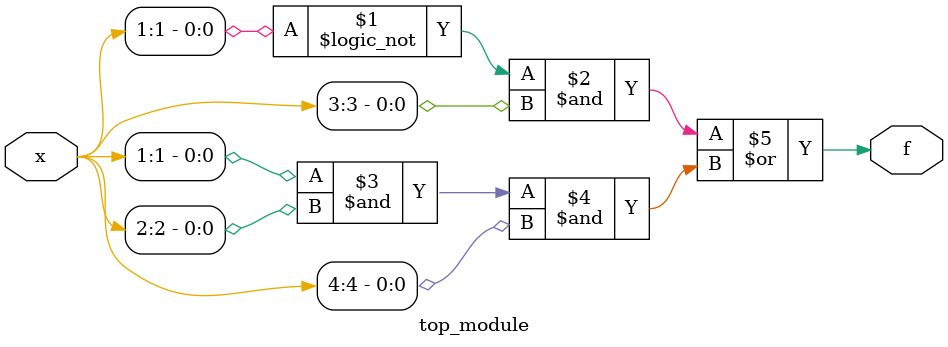
<source format=v>
module top_module (
    input [4:1] x, 
    output f );

    assign f = (!x[1]&x[3]) | (x[1]&x[2]&x[4]);
    
endmodule


</source>
